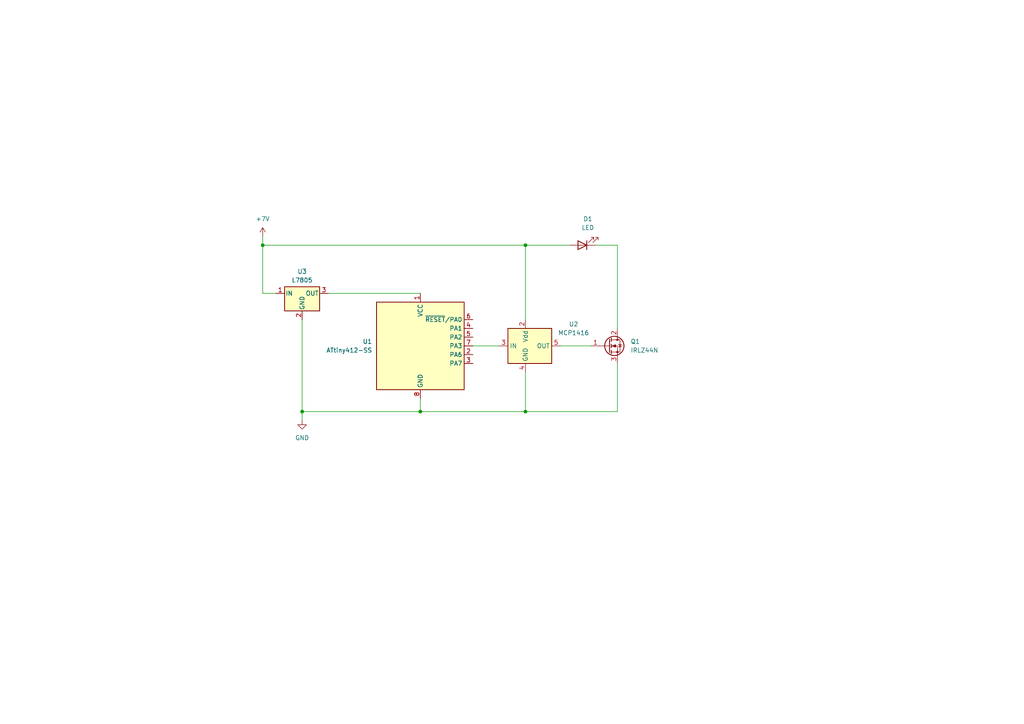
<source format=kicad_sch>
(kicad_sch (version 20231120) (generator "eeschema") (generator_version "8.0")
  (paper "A4")
  (lib_symbols
    (symbol "Device:LED" (pin_numbers hide) (pin_names (offset 1.016) hide)
      (property "Reference" "D" (at 0 2.54 0))
      (property "Value" "LED" (at 0 -2.54 0))
      (symbol "LED_0_1"
        (polyline (pts (xy -1.27 -1.27) (xy -1.27 1.27)) (stroke (width 0.254)))
        (polyline (pts (xy -1.27 0) (xy 1.27 0)))
        (polyline (pts (xy 1.27 -1.27) (xy 1.27 1.27) (xy -1.27 0) (xy 1.27 -1.27)) (stroke (width 0.254)))
        (polyline (pts (xy -3.048 -0.762) (xy -4.572 -2.286) (xy -3.81 -2.286) (xy -4.572 -2.286) (xy -4.572 -1.524)))
        (polyline (pts (xy -1.778 -0.762) (xy -3.302 -2.286) (xy -2.54 -2.286) (xy -3.302 -2.286) (xy -3.302 -1.524)))
      )
      (symbol "LED_1_1"
        (pin passive line (at -3.81 0 0) (length 2.54) (name "K") (number "1"))
        (pin passive line (at 3.81 0 180) (length 2.54) (name "A") (number "2"))
      )
    )
    (symbol "Driver_FET:MCP1416"
      (property "Reference" "U" (at -5.08 6.35 0))
      (property "Value" "MCP1416" (at 1.27 6.35 0))
      (symbol "MCP1416_0_1"
        (rectangle (start -5.08 5.08) (end 7.62 -5.08) (stroke (width 0.254)) (fill (type background)))
      )
      (symbol "MCP1416_1_1"
        (pin no_connect line (at 7.62 -2.54 180) (length 2.54) hide (name "NC") (number "1"))
        (pin power_in line (at 0 7.62 270) (length 2.54) (name "Vdd") (number "2"))
        (pin input line (at -7.62 0 0) (length 2.54) (name "IN") (number "3"))
        (pin power_in line (at 0 -7.62 90) (length 2.54) (name "GND") (number "4"))
        (pin output line (at 10.16 0 180) (length 2.54) (name "OUT") (number "5"))
      )
    )
    (symbol "MCU_Microchip_ATtiny:ATtiny412-SS"
      (property "Reference" "U" (at -12.7 13.97 0))
      (property "Value" "ATtiny412-SS" (at 2.54 -13.97 0))
      (symbol "ATtiny412-SS_0_1"
        (rectangle (start -12.7 -12.7) (end 12.7 12.7) (stroke (width 0.254)) (fill (type background)))
      )
      (symbol "ATtiny412-SS_1_1"
        (pin power_in line (at 0 15.24 270) (length 2.54) (name "VCC") (number "1"))
        (pin bidirectional line (at 15.24 -2.54 180) (length 2.54) (name "PA6") (number "2"))
        (pin bidirectional line (at 15.24 -5.08 180) (length 2.54) (name "PA7") (number "3"))
        (pin bidirectional line (at 15.24 5.08 180) (length 2.54) (name "PA1") (number "4"))
        (pin bidirectional line (at 15.24 2.54 180) (length 2.54) (name "PA2") (number "5"))
        (pin bidirectional line (at 15.24 7.62 180) (length 2.54) (name "~{RESET}/PA0") (number "6"))
        (pin bidirectional line (at 15.24 0 180) (length 2.54) (name "PA3") (number "7"))
        (pin power_in line (at 0 -15.24 90) (length 2.54) (name "GND") (number "8"))
      )
    )
    (symbol "Regulator_Linear:L7805" (pin_names (offset 0.254))
      (property "Reference" "U" (at -3.81 3.175 0))
      (property "Value" "L7805" (at 0 3.175 0))
      (symbol "L7805_0_1"
        (rectangle (start -5.08 1.905) (end 5.08 -5.08) (stroke (width 0.254)) (fill (type background)))
      )
      (symbol "L7805_1_1"
        (pin power_in line (at -7.62 0 0) (length 2.54) (name "IN") (number "1"))
        (pin power_in line (at 0 -7.62 90) (length 2.54) (name "GND") (number "2"))
        (pin power_out line (at 7.62 0 180) (length 2.54) (name "OUT") (number "3"))
      )
    )
    (symbol "Transistor_FET:IRLZ44N" (pin_names hide)
      (property "Reference" "Q" (at 5.08 1.905 0))
      (property "Value" "IRLZ44N" (at 5.08 0 0))
      (symbol "IRLZ44N_0_1"
        (polyline (pts (xy 0.254 0) (xy -2.54 0)))
        (polyline (pts (xy 0.254 1.905) (xy 0.254 -1.905)) (stroke (width 0.254)))
        (polyline (pts (xy 0.762 -1.27) (xy 0.762 -2.286)) (stroke (width 0.254)))
        (polyline (pts (xy 0.762 0.508) (xy 0.762 -0.508)) (stroke (width 0.254)))
        (polyline (pts (xy 0.762 2.286) (xy 0.762 1.27)) (stroke (width 0.254)))
        (polyline (pts (xy 2.54 2.54) (xy 2.54 1.778)))
        (polyline (pts (xy 2.54 -2.54) (xy 2.54 0) (xy 0.762 0)))
        (polyline (pts (xy 0.762 -1.778) (xy 3.302 -1.778) (xy 3.302 1.778) (xy 0.762 1.778)))
        (polyline (pts (xy 1.016 0) (xy 2.032 0.381) (xy 2.032 -0.381) (xy 1.016 0)) (fill (type outline)))
        (polyline (pts (xy 2.794 0.508) (xy 2.921 0.381) (xy 3.683 0.381) (xy 3.81 0.254)))
        (polyline (pts (xy 3.302 0.381) (xy 2.921 -0.254) (xy 3.683 -0.254) (xy 3.302 0.381)))
        (circle (center 1.651 0) (radius 2.794) (stroke (width 0.254)))
        (circle (center 2.54 -1.778) (radius 0.254) (fill (type outline)))
        (circle (center 2.54 1.778) (radius 0.254) (fill (type outline)))
      )
      (symbol "IRLZ44N_1_1"
        (pin input line (at -5.08 0 0) (length 2.54) (name "G") (number "1"))
        (pin passive line (at 2.54 5.08 270) (length 2.54) (name "D") (number "2"))
        (pin passive line (at 2.54 -5.08 90) (length 2.54) (name "S") (number "3"))
      )
    )
    (symbol "power:+6V" (power) (pin_numbers hide) (pin_names (offset 0) hide)
      (property "Value" "+6V" (at 0 3.556 0))
      (symbol "+6V_0_1"
        (polyline (pts (xy -0.762 1.27) (xy 0 2.54)))
        (polyline (pts (xy 0 0) (xy 0 2.54)))
        (polyline (pts (xy 0 2.54) (xy 0.762 1.27)))
      )
      (symbol "+6V_1_1"
        (pin power_in line (at 0 0 90) (length 0) (name "~") (number "1"))
      )
    )
    (symbol "power:GND" (power) (pin_numbers hide) (pin_names (offset 0) hide)
      (property "Value" "GND" (at 0 -3.81 0))
      (symbol "GND_0_1"
        (polyline (pts (xy 0 0) (xy 0 -1.27) (xy 1.27 -1.27) (xy 0 -2.54) (xy -1.27 -1.27) (xy 0 -1.27)))
      )
      (symbol "GND_1_1"
        (pin power_in line (at 0 0 270) (length 0) (name "~") (number "1"))
      )
    )
  )
  (junction (at 152.4 119.38))
  (junction (at 152.4 71.12))
  (junction (at 87.63 119.38))
  (junction (at 76.2 71.12))
  (junction (at 121.92 119.38))
  (wire (pts (xy 76.2 68.58) (xy 76.2 71.12)))
  (wire (pts (xy 121.92 119.38) (xy 152.4 119.38)))
  (wire (pts (xy 152.4 119.38) (xy 152.4 107.95)))
  (wire (pts (xy 179.07 119.38) (xy 179.07 105.41)))
  (wire (pts (xy 87.63 92.71) (xy 87.63 119.38)))
  (wire (pts (xy 172.72 71.12) (xy 179.07 71.12)))
  (wire (pts (xy 121.92 119.38) (xy 121.92 115.57)))
  (wire (pts (xy 76.2 85.09) (xy 80.01 85.09)))
  (wire (pts (xy 137.16 100.33) (xy 144.78 100.33)))
  (wire (pts (xy 152.4 119.38) (xy 179.07 119.38)))
  (wire (pts (xy 87.63 119.38) (xy 121.92 119.38)))
  (wire (pts (xy 95.25 85.09) (xy 121.92 85.09)))
  (wire (pts (xy 87.63 121.92) (xy 87.63 119.38)))
  (wire (pts (xy 76.2 71.12) (xy 76.2 85.09)))
  (wire (pts (xy 76.2 71.12) (xy 152.4 71.12)))
  (wire (pts (xy 162.56 100.33) (xy 171.45 100.33)))
  (wire (pts (xy 152.4 71.12) (xy 165.1 71.12)))
  (wire (pts (xy 179.07 71.12) (xy 179.07 95.25)))
  (wire (pts (xy 152.4 71.12) (xy 152.4 92.71)))
  (symbol (lib_id "Transistor_FET:IRLZ44N") (at 176.53 100.33 0) (unit 1)
    (property "Reference" "Q1" (at 182.88 99.0599 0) (effects (justify left)))
    (property "Value" "IRLZ44N" (at 182.88 101.5999 0) (effects (justify left)))
    (property "Footprint" "Package_TO_SOT_THT:TO-220-3_Vertical" (effects (hide yes)))
    (property "Datasheet" "http://www.irf.com/product-info/datasheets/data/irlz44n.pdf" (effects (hide yes)))
    (property "Description" "47A Id, 55V Vds, 22mOhm Rds Single N-Channel HEXFET Power MOSFET, TO-220AB" (effects (hide yes)))
  )
  (symbol (lib_id "power:+6V") (at 76.2 68.58 0) (unit 1)
    (property "Reference" "#PWR01" (effects (hide yes)))
    (property "Value" "+7V" (at 76.2 63.5 0))
    (property "Description" "Power symbol creates a global label with name \"+6V\"" (effects (hide yes)))
  )
  (symbol (lib_id "Driver_FET:MCP1416") (at 152.4 100.33 0) (unit 1)
    (property "Reference" "U2" (at 166.37 94.0114 0))
    (property "Value" "MCP1416" (at 166.37 96.5514 0))
    (property "Footprint" "Package_TO_SOT_SMD:SOT-23-5" (effects (hide yes)))
    (property "Datasheet" "http://ww1.microchip.com/downloads/en/DeviceDoc/20002092F.pdf" (effects (hide yes)))
    (property "Description" "1.5A High speed power MOSFET driver with non-inverting output, SOT-23-5" (effects (hide yes)))
  )
  (symbol (lib_id "power:GND") (at 87.63 121.92 0) (unit 1)
    (property "Reference" "#PWR02" (effects (hide yes)))
    (property "Value" "GND" (at 87.63 127 0))
    (property "Description" "Power symbol creates a global label with name \"GND\" , ground" (effects (hide yes)))
  )
  (symbol (lib_id "MCU_Microchip_ATtiny:ATtiny412-SS") (at 121.92 100.33 0) (unit 1)
    (property "Reference" "U1" (at 107.95 99.0599 0) (effects (justify right)))
    (property "Value" "ATtiny412-SS" (at 107.95 101.5999 0) (effects (justify right)))
    (property "Footprint" "Package_SO:SOIC-8_3.9x4.9mm_P1.27mm" (effects (hide yes)))
    (property "Datasheet" "http://ww1.microchip.com/downloads/en/DeviceDoc/40001911A.pdf" (effects (hide yes)))
    (property "Description" "20MHz, 4kB Flash, 256B SRAM, 128B EEPROM, SOIC-8" (effects (hide yes)))
  )
  (symbol (lib_id "Device:LED") (at 168.91 71.12 180) (unit 1)
    (property "Reference" "D1" (at 170.4975 63.5 0))
    (property "Value" "LED" (at 170.4975 66.04 0))
    (property "Description" "Light emitting diode" (effects (hide yes)))
  )
  (symbol (lib_id "Regulator_Linear:L7805") (at 87.63 85.09 0) (unit 1)
    (property "Reference" "U3" (at 87.63 78.74 0))
    (property "Value" "L7805" (at 87.63 81.28 0))
    (property "Datasheet" "http://www.st.com/content/ccc/resource/technical/document/datasheet/41/4f/b3/b0/12/d4/47/88/CD00000444.pdf/files/CD00000444.pdf/jcr:content/translations/en.CD00000444.pdf" (effects (hide yes)))
    (property "Description" "Positive 1.5A 35V Linear Regulator, Fixed Output 5V, TO-220/TO-263/TO-252" (effects (hide yes)))
  )
)
</source>
